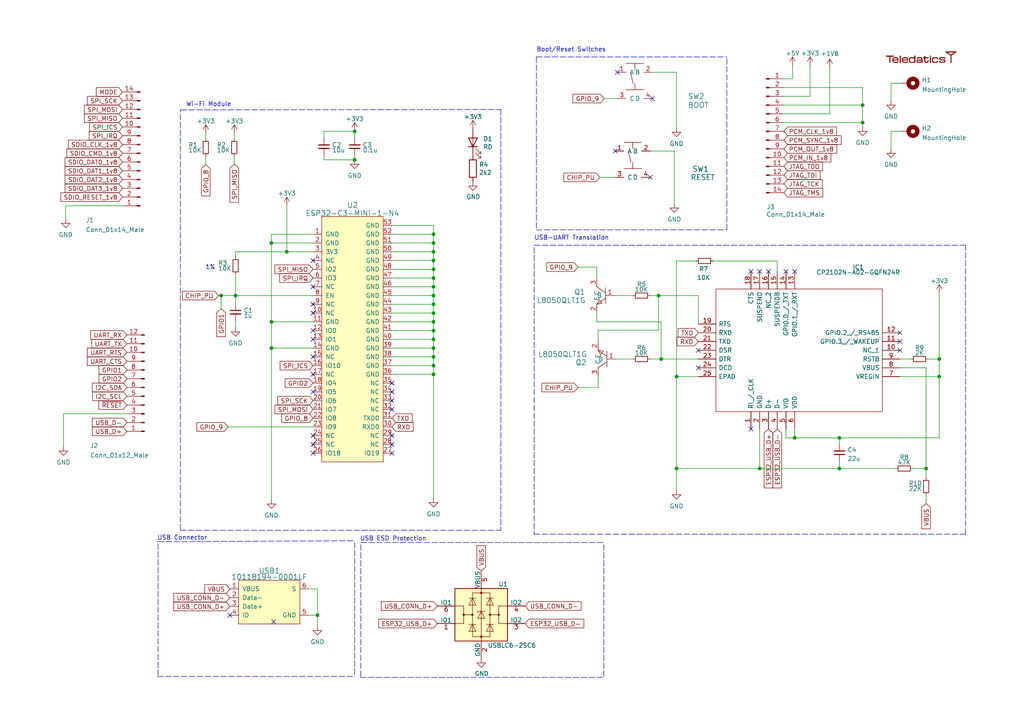
<source format=kicad_sch>
(kicad_sch (version 20231120) (generator "eeschema") (generator_version "8.0")
  (paper "A4")
  (title_block (title "TD-WRLD Gateway hAT") (date "2024-09-02") (rev "1.0") (company "Teledatics Inc") (comment 1 "James Ewing"))
  (lib_symbols
    (symbol "Conn_01x14_Male_1" (pin_names (offset 1.016) hide)
      (property "Reference" "J" (at 0 17.78 0))
      (property "Value" "Conn_01x14_Male_1" (at 0 -20.32 0))
      (symbol "Conn_01x14_Male_1_1_1"
        (pin passive line (at 5.08 15.24 180) (length 3.81) (name "Pin_1") (number "1"))
        (pin passive line (at 5.08 -7.62 180) (length 3.81) (name "Pin_10") (number "10"))
        (pin passive line (at 5.08 -10.16 180) (length 3.81) (name "Pin_11") (number "11"))
        (pin passive line (at 5.08 -12.7 180) (length 3.81) (name "Pin_12") (number "12"))
        (pin passive line (at 5.08 -15.24 180) (length 3.81) (name "Pin_13") (number "13"))
        (pin passive line (at 5.08 -17.78 180) (length 3.81) (name "Pin_14") (number "14"))
        (pin passive line (at 5.08 12.7 180) (length 3.81) (name "Pin_2") (number "2"))
        (pin passive line (at 5.08 10.16 180) (length 3.81) (name "Pin_3") (number "3"))
        (pin passive line (at 5.08 7.62 180) (length 3.81) (name "Pin_4") (number "4"))
        (pin passive line (at 5.08 5.08 180) (length 3.81) (name "Pin_5") (number "5"))
        (pin passive line (at 5.08 2.54 180) (length 3.81) (name "Pin_6") (number "6"))
        (pin passive line (at 5.08 0 180) (length 3.81) (name "Pin_7") (number "7"))
        (pin passive line (at 5.08 -2.54 180) (length 3.81) (name "Pin_8") (number "8"))
        (pin passive line (at 5.08 -5.08 180) (length 3.81) (name "Pin_9") (number "9"))
      )
    )
    (symbol "Connector:10118194-0001LF" (pin_names (offset 1.016))
      (property "Reference" "USB1" (at 0 7.8028 0))
      (property "Value" "10118194-0001LF" (at 0 6.0248 0))
      (symbol "10118194-0001LF_1_1"
        (pin power_in line (at -11.43 2.54 0) (length 2.54) (name "VBUS") (number "1"))
        (pin bidirectional line (at -11.43 0 0) (length 2.54) (name "Data-") (number "2"))
        (pin bidirectional line (at -11.43 -2.54 0) (length 2.54) (name "Data+") (number "3"))
        (pin unspecified line (at -11.43 -5.08 0) (length 2.54) (name "ID") (number "4"))
        (pin unspecified line (at 11.43 -5.08 180) (length 2.54) (name "GND") (number "5"))
        (pin unspecified line (at 11.43 2.54 180) (length 2.54) (name "S") (number "6"))
      )
    )
    (symbol "Connector:Conn_01x12_Male" (pin_names (offset 1.016) hide)
      (property "Reference" "J" (at 0 15.24 0))
      (property "Value" "Conn_01x12_Male" (at 0 -17.78 0))
      (symbol "Conn_01x12_Male_1_1"
        (pin passive line (at 5.08 12.7 180) (length 3.81) (name "Pin_1") (number "1"))
        (pin passive line (at 5.08 -10.16 180) (length 3.81) (name "Pin_10") (number "10"))
        (pin passive line (at 5.08 -12.7 180) (length 3.81) (name "Pin_11") (number "11"))
        (pin passive line (at 5.08 -15.24 180) (length 3.81) (name "Pin_12") (number "12"))
        (pin passive line (at 5.08 10.16 180) (length 3.81) (name "Pin_2") (number "2"))
        (pin passive line (at 5.08 7.62 180) (length 3.81) (name "Pin_3") (number "3"))
        (pin passive line (at 5.08 5.08 180) (length 3.81) (name "Pin_4") (number "4"))
        (pin passive line (at 5.08 2.54 180) (length 3.81) (name "Pin_5") (number "5"))
        (pin passive line (at 5.08 0 180) (length 3.81) (name "Pin_6") (number "6"))
        (pin passive line (at 5.08 -2.54 180) (length 3.81) (name "Pin_7") (number "7"))
        (pin passive line (at 5.08 -5.08 180) (length 3.81) (name "Pin_8") (number "8"))
        (pin passive line (at 5.08 -7.62 180) (length 3.81) (name "Pin_9") (number "9"))
      )
    )
    (symbol "Connector:Conn_01x14_Male" (pin_names (offset 1.016) hide)
      (property "Reference" "J" (at 0 17.78 0))
      (property "Value" "Conn_01x14_Male" (at 0 -20.32 0))
      (symbol "Conn_01x14_Male_1_1"
        (pin passive line (at 5.08 15.24 180) (length 3.81) (name "Pin_1") (number "1"))
        (pin passive line (at 5.08 -7.62 180) (length 3.81) (name "Pin_10") (number "10"))
        (pin passive line (at 5.08 -10.16 180) (length 3.81) (name "Pin_11") (number "11"))
        (pin passive line (at 5.08 -12.7 180) (length 3.81) (name "Pin_12") (number "12"))
        (pin passive line (at 5.08 -15.24 180) (length 3.81) (name "Pin_13") (number "13"))
        (pin passive line (at 5.08 -17.78 180) (length 3.81) (name "Pin_14") (number "14"))
        (pin passive line (at 5.08 12.7 180) (length 3.81) (name "Pin_2") (number "2"))
        (pin passive line (at 5.08 10.16 180) (length 3.81) (name "Pin_3") (number "3"))
        (pin passive line (at 5.08 7.62 180) (length 3.81) (name "Pin_4") (number "4"))
        (pin passive line (at 5.08 5.08 180) (length 3.81) (name "Pin_5") (number "5"))
        (pin passive line (at 5.08 2.54 180) (length 3.81) (name "Pin_6") (number "6"))
        (pin passive line (at 5.08 0 180) (length 3.81) (name "Pin_7") (number "7"))
        (pin passive line (at 5.08 -2.54 180) (length 3.81) (name "Pin_8") (number "8"))
        (pin passive line (at 5.08 -5.08 180) (length 3.81) (name "Pin_9") (number "9"))
      )
    )
    (symbol "Device:C_Small" (pin_numbers hide) (pin_names (offset 0.254) hide)
      (property "Reference" "C" (at 0.254 1.778 0))
      (property "Value" "C_Small" (at 0.254 -2.032 0))
      (symbol "C_Small_1_1"
        (pin passive line (at 0 2.54 270) (length 2.032) (name "~") (number "1"))
        (pin passive line (at 0 -2.54 90) (length 2.032) (name "~") (number "2"))
      )
    )
    (symbol "Device:LED" (pin_numbers hide) (pin_names (offset 1.016) hide)
      (property "Reference" "D" (at 0 2.54 0))
      (property "Value" "LED" (at 0 -2.54 0))
      (symbol "LED_1_1"
        (pin passive line (at -3.81 0 0) (length 2.54) (name "K") (number "1"))
        (pin passive line (at 3.81 0 180) (length 2.54) (name "A") (number "2"))
      )
    )
    (symbol "Device:R" (pin_numbers hide) (pin_names (offset 0))
      (property "Reference" "R" (at 2.032 0 90))
      (property "Value" "R" (at 0 0 90))
      (symbol "R_1_1"
        (pin passive line (at 0 3.81 270) (length 1.27) (name "~") (number "1"))
        (pin passive line (at 0 -3.81 90) (length 1.27) (name "~") (number "2"))
      )
    )
    (symbol "Device:R_Small" (pin_numbers hide) (pin_names (offset 0.254) hide)
      (property "Reference" "R" (at 0.762 0.508 0))
      (property "Value" "R_Small" (at 0.762 -1.016 0))
      (symbol "R_Small_1_1"
        (pin passive line (at 0 2.54 270) (length 0.762) (name "~") (number "1"))
        (pin passive line (at 0 -2.54 90) (length 0.762) (name "~") (number "2"))
      )
    )
    (symbol "Interface_USB:CP2102N-A02-GQFN24R" (pin_names (offset 0.762))
      (property "Reference" "IC" (at 41.91 15.24 0))
      (property "Value" "CP2102N-A02-GQFN24R" (at 41.91 12.7 0))
      (symbol "CP2102N-A02-GQFN24R_0_0"
        (pin passive line (at 0 0 0) (length 5.08) (name "RI_/_CLK") (number "1"))
        (pin passive line (at 22.86 -43.18 90) (length 5.08) (name "NC_1") (number "10"))
        (pin passive line (at 25.4 -43.18 90) (length 5.08) (name "GPIO.3_/_WAKEUP") (number "11"))
        (pin passive line (at 27.94 -43.18 90) (length 5.08) (name "GPIO.2_/_RS485") (number "12"))
        (pin passive line (at 45.72 -12.7 180) (length 5.08) (name "GPIO.1_/_RXT") (number "13"))
        (pin passive line (at 45.72 -10.16 180) (length 5.08) (name "GPIO.0_/_TXT") (number "14"))
        (pin passive line (at 45.72 -7.62 180) (length 5.08) (name "SUSPENDB") (number "15"))
        (pin passive line (at 45.72 -5.08 180) (length 5.08) (name "NC_2") (number "16"))
        (pin passive line (at 45.72 -2.54 180) (length 5.08) (name "SUSPEND") (number "17"))
        (pin passive line (at 45.72 0 180) (length 5.08) (name "CTS") (number "18"))
        (pin passive line (at 30.48 15.24 270) (length 5.08) (name "RTS") (number "19"))
        (pin passive line (at 0 -2.54 0) (length 5.08) (name "GND") (number "2"))
        (pin passive line (at 27.94 15.24 270) (length 5.08) (name "RXD") (number "20"))
        (pin passive line (at 25.4 15.24 270) (length 5.08) (name "TXD") (number "21"))
        (pin passive line (at 22.86 15.24 270) (length 5.08) (name "DSR") (number "22"))
        (pin passive line (at 20.32 15.24 270) (length 5.08) (name "DTR") (number "23"))
        (pin passive line (at 17.78 15.24 270) (length 5.08) (name "DCD") (number "24"))
        (pin passive line (at 15.24 15.24 270) (length 5.08) (name "EPAD") (number "25"))
        (pin passive line (at 0 -5.08 0) (length 5.08) (name "D+") (number "3"))
        (pin passive line (at 0 -7.62 0) (length 5.08) (name "D-") (number "4"))
        (pin passive line (at 0 -10.16 0) (length 5.08) (name "VIO") (number "5"))
        (pin passive line (at 0 -12.7 0) (length 5.08) (name "VDD") (number "6"))
        (pin passive line (at 15.24 -43.18 90) (length 5.08) (name "VREGIN") (number "7"))
        (pin passive line (at 17.78 -43.18 90) (length 5.08) (name "VBUS") (number "8"))
        (pin passive line (at 20.32 -43.18 90) (length 5.08) (name "RSTB") (number "9"))
      )
    )
    (symbol "Mechanical:MountingHole_Pad" (pin_numbers hide) (pin_names (offset 1.016) hide)
      (property "Reference" "H" (at 0 6.35 0))
      (property "Value" "MountingHole_Pad" (at 0 4.445 0))
      (symbol "MountingHole_Pad_1_1"
        (pin input line (at 0 -2.54 90) (length 2.54) (name "1") (number "1"))
      )
    )
    (symbol "STRF-rescue:USBLC6-2SC6-Power_Protection" (pin_names (offset 0))
      (property "Reference" "U" (at 5.08 8.89 0))
      (property "Value" "USBLC6-2SC6-Power_Protection" (at 10.16 -10.16 0))
      (symbol "USBLC6-2SC6-Power_Protection_1_1"
        (pin passive line (at -12.7 -2.54 0) (length 5.08) (name "IO1") (number "1"))
        (pin passive line (at 0 -12.7 90) (length 5.08) (name "GND") (number "2"))
        (pin passive line (at 12.7 -2.54 180) (length 5.08) (name "IO2") (number "3"))
        (pin passive line (at 12.7 2.54 180) (length 5.08) (name "IO2") (number "4"))
        (pin passive line (at 0 12.7 270) (length 5.08) (name "VBUS") (number "5"))
        (pin passive line (at -12.7 2.54 0) (length 5.08) (name "IO1") (number "6"))
      )
    )
    (symbol "TS-1187A-B-A-B_1" (pin_names (offset 1.016))
      (property "Reference" "SW2" (at -0.635 9.525 0))
      (property "Value" "TS-1187A-B-A-B_1" (at 0 7.112 0))
      (symbol "TS-1187A-B-A-B_1_1_1"
        (pin passive line (at -5.08 2.54 0) (length 2.54) (name "A") (number "1"))
        (pin passive line (at 5.08 2.54 180) (length 2.54) (name "B") (number "2"))
        (pin passive line (at -5.08 -5.08 0) (length 2.54) (name "C") (number "3"))
        (pin passive line (at 5.08 -5.08 180) (length 2.54) (name "D") (number "4"))
      )
    )
    (symbol "easyeda2kicad:ESP32-C3-MINI-1-N4" (pin_names (offset 1.016))
      (property "Reference" "U1" (at 0 38.9227 0))
      (property "Value" "ESP32-C3-MINI-1-N4" (at 0 36.5733 0))
      (symbol "ESP32-C3-MINI-1-N4_1_1"
        (pin passive line (at -11.43 30.48 0) (length 2.54) (name "GND") (number "1"))
        (pin no_connect line (at -11.43 7.62 0) (length 2.54) (name "NC") (number "10"))
        (pin passive line (at -11.43 5.08 0) (length 2.54) (name "GND") (number "11"))
        (pin bidirectional line (at -11.43 2.54 0) (length 2.54) (name "IO0") (number "12"))
        (pin bidirectional line (at -11.43 0 0) (length 2.54) (name "IO1") (number "13"))
        (pin passive line (at -11.43 -2.54 0) (length 2.54) (name "GND") (number "14"))
        (pin no_connect line (at -11.43 -5.08 0) (length 2.54) (name "NC") (number "15"))
        (pin bidirectional line (at -11.43 -7.62 0) (length 2.54) (name "IO10") (number "16"))
        (pin no_connect line (at -11.43 -10.16 0) (length 2.54) (name "NC") (number "17"))
        (pin passive line (at -11.43 -12.7 0) (length 2.54) (name "IO4") (number "18"))
        (pin bidirectional line (at -11.43 -15.24 0) (length 2.54) (name "IO5") (number "19"))
        (pin passive line (at -11.43 27.94 0) (length 2.54) (name "GND") (number "2"))
        (pin bidirectional line (at -11.43 -17.78 0) (length 2.54) (name "IO6") (number "20"))
        (pin bidirectional line (at -11.43 -20.32 0) (length 2.54) (name "IO7") (number "21"))
        (pin bidirectional line (at -11.43 -22.86 0) (length 2.54) (name "IO8") (number "22"))
        (pin bidirectional line (at -11.43 -25.4 0) (length 2.54) (name "IO9") (number "23"))
        (pin no_connect line (at -11.43 -27.94 0) (length 2.54) (name "NC") (number "24"))
        (pin no_connect line (at -11.43 -30.48 0) (length 2.54) (name "NC") (number "25"))
        (pin bidirectional line (at -11.43 -33.02 0) (length 2.54) (name "IO18") (number "26"))
        (pin bidirectional line (at 11.43 -33.02 180) (length 2.54) (name "IO19") (number "27"))
        (pin no_connect line (at 11.43 -30.48 180) (length 2.54) (name "NC") (number "28"))
        (pin no_connect line (at 11.43 -27.94 180) (length 2.54) (name "NC") (number "29"))
        (pin power_in line (at -11.43 25.4 0) (length 2.54) (name "3V3") (number "3"))
        (pin bidirectional line (at 11.43 -25.4 180) (length 2.54) (name "RXD0") (number "30"))
        (pin bidirectional line (at 11.43 -22.86 180) (length 2.54) (name "TXD0") (number "31"))
        (pin no_connect line (at 11.43 -20.32 180) (length 2.54) (name "NC") (number "32"))
        (pin no_connect line (at 11.43 -17.78 180) (length 2.54) (name "NC") (number "33"))
        (pin no_connect line (at 11.43 -15.24 180) (length 2.54) (name "NC") (number "34"))
        (pin no_connect line (at 11.43 -12.7 180) (length 2.54) (name "NC") (number "35"))
        (pin passive line (at 11.43 -10.16 180) (length 2.54) (name "GND") (number "36"))
        (pin passive line (at 11.43 -7.62 180) (length 2.54) (name "GND") (number "37"))
        (pin passive line (at 11.43 -5.08 180) (length 2.54) (name "GND") (number "38"))
        (pin passive line (at 11.43 -2.54 180) (length 2.54) (name "GND") (number "39"))
        (pin no_connect line (at -11.43 22.86 0) (length 2.54) (name "NC") (number "4"))
        (pin passive line (at 11.43 0 180) (length 2.54) (name "GND") (number "40"))
        (pin passive line (at 11.43 2.54 180) (length 2.54) (name "GND") (number "41"))
        (pin passive line (at 11.43 5.08 180) (length 2.54) (name "GND") (number "42"))
        (pin passive line (at 11.43 7.62 180) (length 2.54) (name "GND") (number "43"))
        (pin passive line (at 11.43 10.16 180) (length 2.54) (name "GND") (number "44"))
        (pin passive line (at 11.43 12.7 180) (length 2.54) (name "GND") (number "45"))
        (pin passive line (at 11.43 15.24 180) (length 2.54) (name "GND") (number "46"))
        (pin passive line (at 11.43 17.78 180) (length 2.54) (name "GND") (number "47"))
        (pin passive line (at 11.43 20.32 180) (length 2.54) (name "GND") (number "48"))
        (pin passive line (at 11.43 22.86 180) (length 2.54) (name "GND") (number "49"))
        (pin bidirectional line (at -11.43 20.32 0) (length 2.54) (name "IO2") (number "5"))
        (pin passive line (at 11.43 25.4 180) (length 2.54) (name "GND") (number "50"))
        (pin passive line (at 11.43 27.94 180) (length 2.54) (name "GND") (number "51"))
        (pin passive line (at 11.43 30.48 180) (length 2.54) (name "GND") (number "52"))
        (pin passive line (at 11.43 33.02 180) (length 2.54) (name "GND") (number "53"))
        (pin bidirectional line (at -11.43 17.78 0) (length 2.54) (name "IO3") (number "6"))
        (pin no_connect line (at -11.43 15.24 0) (length 2.54) (name "NC") (number "7"))
        (pin input line (at -11.43 12.7 0) (length 2.54) (name "EN") (number "8"))
        (pin no_connect line (at -11.43 10.16 0) (length 2.54) (name "NC") (number "9"))
      )
    )
    (symbol "easyeda2kicad:L8050QLT1G" (pin_names (offset 1.016))
      (property "Reference" "Q?" (at 0 10.16 0))
      (property "Value" "L8050QLT1G" (at 0 -10.16 0))
      (symbol "L8050QLT1G_1_1"
        (pin unspecified line (at -2.54 0 0) (length 2.54) (name "B") (number "1"))
        (pin unspecified line (at 2.54 -5.08 90) (length 2.54) (name "E") (number "2"))
        (pin unspecified line (at 2.54 5.08 270) (length 2.54) (name "C") (number "3"))
      )
    )
    (symbol "easyeda2kicad:TS-1187A-B-A-B" (pin_names (offset 1.016))
      (property "Reference" "SW?" (at 0 7.62 0))
      (property "Value" "TS-1187A-B-A-B" (at 0 -10.16 0))
      (symbol "TS-1187A-B-A-B_1_1"
        (pin unspecified line (at -5.08 2.54 0) (length 2.54) (name "A") (number "1"))
        (pin unspecified line (at 5.08 2.54 180) (length 2.54) (name "B") (number "2"))
        (pin unspecified line (at -5.08 -5.08 0) (length 2.54) (name "C") (number "3"))
        (pin unspecified line (at 5.08 -5.08 180) (length 2.54) (name "D") (number "4"))
      )
    )
    (symbol "power:+1V8" (power) (pin_numbers hide) (pin_names (offset 0) hide)
      (property "Value" "+1V8" (at 0 3.556 0))
      (symbol "+1V8_1_1"
        (pin power_in line (at 0 0 90) (length 0) (name "~") (number "1"))
      )
    )
    (symbol "power:+3V3" (power) (pin_names (offset 0))
      (property "Value" "+3V3" (at 0 3.556 0))
      (symbol "+3V3_1_1"
        (pin power_in line (at 0 0 90) (length 0) hide (name "+3V3") (number "1"))
      )
    )
    (symbol "power:+5V" (power) (pin_names (offset 0))
      (property "Value" "+5V" (at 0 3.556 0))
      (symbol "+5V_1_1"
        (pin power_in line (at 0 0 90) (length 0) hide (name "+5V") (number "1"))
      )
    )
    (symbol "power:GND" (power) (pin_names (offset 0))
      (property "Value" "GND" (at 0 -3.81 0))
      (symbol "GND_1_1"
        (pin power_in line (at 0 0 270) (length 0) hide (name "GND") (number "1"))
      )
    )
    (symbol "teledatics:teledatics_logo" (pin_names (offset 1.016)))
  )
  (junction (at 272.415 104.14))
  (junction (at 102.87 38.1))
  (junction (at 83.185 73.025))
  (junction (at 78.74 100.965))
  (junction (at 243.459 135.89))
  (junction (at 220.345 135.89))
  (junction (at 268.605 135.89))
  (junction (at 125.73 98.425))
  (junction (at 125.73 93.345))
  (junction (at 125.73 78.105))
  (junction (at 191.77 104.14))
  (junction (at 125.73 106.045))
  (junction (at 125.73 80.645))
  (junction (at 102.87 46.355))
  (junction (at 125.73 70.485))
  (junction (at 125.73 67.945))
  (junction (at 196.215 109.22))
  (junction (at 125.73 85.725))
  (junction (at 125.73 108.585))
  (junction (at 125.73 95.885))
  (junction (at 78.74 70.485))
  (junction (at 92.075 178.435))
  (junction (at 196.215 135.89))
  (junction (at 125.73 103.505))
  (junction (at 78.74 93.345))
  (junction (at 250.19 30.48))
  (junction (at 125.73 73.025))
  (junction (at 64.135 85.725))
  (junction (at 125.73 75.565))
  (junction (at 250.19 35.56))
  (junction (at 68.326 85.725))
  (junction (at 125.73 88.265))
  (junction (at 125.73 90.805))
  (junction (at 125.73 83.185))
  (junction (at 243.459 127))
  (junction (at 272.415 109.22))
  (junction (at 191.008 85.725))
  (junction (at 230.505 127))
  (junction (at 125.73 100.965))
  (no_connect (at 113.665 116.205))
  (no_connect (at 90.805 113.665))
  (no_connect (at 217.805 124.46))
  (no_connect (at 90.805 75.565))
  (no_connect (at 202.565 106.68))
  (no_connect (at 202.565 101.6))
  (no_connect (at 90.805 98.425))
  (no_connect (at 90.805 90.805))
  (no_connect (at 179.07 20.955))
  (no_connect (at 189.23 28.575))
  (no_connect (at 222.885 78.74))
  (no_connect (at 260.985 96.52))
  (no_connect (at 90.805 126.365))
  (no_connect (at 220.345 78.74))
  (no_connect (at 227.965 78.74))
  (no_connect (at 66.675 178.435))
  (no_connect (at 113.665 126.365))
  (no_connect (at 230.505 78.74))
  (no_connect (at 217.805 78.74))
  (no_connect (at 113.665 113.665))
  (no_connect (at 90.805 103.505))
  (no_connect (at 90.805 128.905))
  (no_connect (at 260.985 101.6))
  (no_connect (at 178.435 43.815))
  (no_connect (at 113.665 131.445))
  (no_connect (at 113.665 111.125))
  (no_connect (at 113.665 128.905))
  (no_connect (at 260.985 99.06))
  (no_connect (at 90.805 95.885))
  (no_connect (at 90.805 108.585))
  (no_connect (at 90.805 83.185))
  (no_connect (at 90.805 131.445))
  (no_connect (at 79.375 180.34))
  (no_connect (at 188.595 51.435))
  (no_connect (at 113.665 118.745))
  (no_connect (at 90.805 88.265))
  (wire (pts (xy 59.69 45.339) (xy 59.69 47.752)))
  (wire (pts (xy 225.425 75.692) (xy 225.425 78.74)))
  (wire (pts (xy 227.33 30.48) (xy 250.19 30.48)))
  (wire (pts (xy 196.215 75.692) (xy 201.803 75.692)))
  (wire (pts (xy 64.135 85.725) (xy 64.135 89.535)))
  (wire (pts (xy 63.373 85.725) (xy 64.135 85.725)))
  (wire (pts (xy 258.445 29.21) (xy 258.445 24.13)))
  (wire (pts (xy 102.87 38.1) (xy 102.87 40.005)))
  (wire (pts (xy 102.87 45.085) (xy 102.87 46.355)))
  (wire (pts (xy 272.415 85.09) (xy 272.415 104.14)))
  (wire (pts (xy 78.74 70.485) (xy 78.74 93.345)))
  (wire (pts (xy 78.74 67.945) (xy 78.74 70.485)))
  (wire (pts (xy 243.459 127) (xy 243.459 128.778)))
  (wire (pts (xy 92.075 170.815) (xy 92.075 178.435)))
  (wire (pts (xy 125.73 90.805) (xy 125.73 93.345)))
  (wire (pts (xy 113.665 95.885) (xy 125.73 95.885)))
  (polyline (pts (xy 104.648 196.215) (xy 104.648 157.353)) (stroke (width 0) (type dash)))
  (wire (pts (xy 258.445 43.18) (xy 258.445 38.1)))
  (wire (pts (xy 196.215 109.22) (xy 196.215 75.692)))
  (wire (pts (xy 125.73 100.965) (xy 125.73 103.505)))
  (wire (pts (xy 227.33 22.86) (xy 229.87 22.86)))
  (wire (pts (xy 196.215 109.22) (xy 196.215 135.89)))
  (wire (pts (xy 272.415 104.14) (xy 272.415 109.22)))
  (wire (pts (xy 125.73 73.025) (xy 125.73 75.565)))
  (wire (pts (xy 188.595 85.725) (xy 191.008 85.725)))
  (wire (pts (xy 125.73 65.405) (xy 125.73 67.945)))
  (polyline (pts (xy 104.521 196.469) (xy 175.006 196.469)) (stroke (width 0) (type dash)))
  (wire (pts (xy 18.415 120.015) (xy 18.415 129.54)))
  (wire (pts (xy 175.26 28.575) (xy 179.07 28.575)))
  (wire (pts (xy 243.459 135.89) (xy 259.715 135.89)))
  (wire (pts (xy 260.985 109.22) (xy 272.415 109.22)))
  (wire (pts (xy 220.345 135.89) (xy 243.459 135.89)))
  (polyline (pts (xy 175.133 196.215) (xy 175.133 157.988)) (stroke (width 0) (type dash)))
  (wire (pts (xy 268.605 143.637) (xy 268.605 146.05)))
  (wire (pts (xy 173.101 93.345) (xy 191.77 93.345)))
  (polyline (pts (xy 280.035 154.94) (xy 280.035 71.12)) (stroke (width 0) (type dash)))
  (wire (pts (xy 191.77 104.14) (xy 202.565 104.14)))
  (wire (pts (xy 191.008 95.758) (xy 191.008 85.725)))
  (wire (pts (xy 167.64 112.395) (xy 173.482 112.395)))
  (wire (pts (xy 113.665 75.565) (xy 125.73 75.565)))
  (wire (pts (xy 189.23 20.955) (xy 196.215 20.955)))
  (polyline (pts (xy 45.72 196.215) (xy 102.87 196.215)) (stroke (width 0) (type dash)))
  (wire (pts (xy 269.24 104.14) (xy 272.415 104.14)))
  (wire (pts (xy 78.74 93.345) (xy 78.74 100.965)))
  (wire (pts (xy 35.56 59.69) (xy 19.05 59.69)))
  (wire (pts (xy 230.505 124.46) (xy 230.505 127)))
  (wire (pts (xy 173.482 112.395) (xy 173.482 109.22)))
  (polyline (pts (xy 45.847 195.961) (xy 45.847 157.099)) (stroke (width 0) (type dash)))
  (wire (pts (xy 173.482 99.06) (xy 173.482 95.758)))
  (wire (pts (xy 250.19 30.48) (xy 250.19 35.56)))
  (wire (pts (xy 68.326 85.725) (xy 90.805 85.725)))
  (wire (pts (xy 93.98 38.1) (xy 93.98 40.005)))
  (wire (pts (xy 230.505 127) (xy 243.459 127)))
  (wire (pts (xy 258.445 24.13) (xy 260.985 24.13)))
  (wire (pts (xy 173.482 95.758) (xy 191.008 95.758)))
  (wire (pts (xy 113.665 83.185) (xy 125.73 83.185)))
  (wire (pts (xy 227.965 127) (xy 230.505 127)))
  (wire (pts (xy 178.562 104.14) (xy 183.515 104.14)))
  (wire (pts (xy 93.98 45.085) (xy 93.98 46.355)))
  (wire (pts (xy 93.98 46.355) (xy 102.87 46.355)))
  (wire (pts (xy 68.326 74.549) (xy 68.326 73.025)))
  (wire (pts (xy 220.345 124.46) (xy 220.345 135.89)))
  (polyline (pts (xy 52.324 153.67) (xy 52.324 31.877)) (stroke (width 0) (type dash)))
  (wire (pts (xy 78.74 67.945) (xy 90.805 67.945)))
  (wire (pts (xy 268.605 135.89) (xy 268.605 138.557)))
  (wire (pts (xy 227.33 33.02) (xy 240.665 33.02)))
  (polyline (pts (xy 52.451 31.877) (xy 145.288 31.75)) (stroke (width 0) (type dash)))
  (wire (pts (xy 243.459 133.858) (xy 243.459 135.89)))
  (wire (pts (xy 125.73 98.425) (xy 125.73 100.965)))
  (wire (pts (xy 36.83 120.015) (xy 18.415 120.015)))
  (wire (pts (xy 78.74 100.965) (xy 78.74 144.907)))
  (polyline (pts (xy 154.94 154.94) (xy 280.035 154.94)) (stroke (width 0) (type dash)))
  (wire (pts (xy 125.73 93.345) (xy 125.73 95.885)))
  (wire (pts (xy 206.883 75.692) (xy 225.425 75.692)))
  (polyline (pts (xy 210.82 66.675) (xy 210.82 16.51)) (stroke (width 0) (type dash)))
  (wire (pts (xy 125.73 85.725) (xy 125.73 88.265)))
  (wire (pts (xy 178.181 85.725) (xy 183.515 85.725)))
  (wire (pts (xy 93.98 38.1) (xy 102.87 38.1)))
  (wire (pts (xy 113.665 88.265) (xy 125.73 88.265)))
  (wire (pts (xy 113.665 67.945) (xy 125.73 67.945)))
  (wire (pts (xy 260.985 104.14) (xy 264.16 104.14)))
  (wire (pts (xy 268.605 135.89) (xy 264.795 135.89)))
  (wire (pts (xy 113.665 93.345) (xy 125.73 93.345)))
  (wire (pts (xy 272.415 109.22) (xy 272.415 127)))
  (wire (pts (xy 173.101 77.47) (xy 173.101 80.645)))
  (wire (pts (xy 66.167 123.825) (xy 90.805 123.825)))
  (wire (pts (xy 68.326 93.091) (xy 68.326 94.996)))
  (wire (pts (xy 68.326 88.011) (xy 68.326 85.725)))
  (wire (pts (xy 125.73 75.565) (xy 125.73 78.105)))
  (wire (pts (xy 227.965 124.46) (xy 227.965 127)))
  (wire (pts (xy 125.73 95.885) (xy 125.73 98.425)))
  (wire (pts (xy 191.008 85.725) (xy 202.565 85.725)))
  (wire (pts (xy 227.33 35.56) (xy 250.19 35.56)))
  (wire (pts (xy 59.69 38.735) (xy 59.69 40.259)))
  (polyline (pts (xy 155.575 16.51) (xy 210.82 16.51)) (stroke (width 0) (type dash)))
  (wire (pts (xy 125.73 88.265) (xy 125.73 90.805)))
  (wire (pts (xy 125.73 78.105) (xy 125.73 80.645)))
  (wire (pts (xy 113.665 73.025) (xy 125.73 73.025)))
  (wire (pts (xy 90.805 73.025) (xy 83.185 73.025)))
  (wire (pts (xy 68.326 79.629) (xy 68.326 85.725)))
  (wire (pts (xy 125.73 80.645) (xy 125.73 83.185)))
  (wire (pts (xy 113.665 65.405) (xy 125.73 65.405)))
  (wire (pts (xy 67.945 38.735) (xy 67.945 40.259)))
  (wire (pts (xy 173.101 90.805) (xy 173.101 93.345)))
  (wire (pts (xy 196.215 109.22) (xy 202.565 109.22)))
  (wire (pts (xy 195.58 43.815) (xy 195.58 59.055)))
  (wire (pts (xy 78.74 70.485) (xy 90.805 70.485)))
  (wire (pts (xy 89.535 170.815) (xy 92.075 170.815)))
  (wire (pts (xy 227.33 27.94) (xy 234.95 27.94)))
  (polyline (pts (xy 154.94 71.12) (xy 280.035 71.12)) (stroke (width 0) (type dash)))
  (wire (pts (xy 113.665 108.585) (xy 125.73 108.585)))
  (wire (pts (xy 64.135 85.725) (xy 68.326 85.725)))
  (wire (pts (xy 92.075 178.435) (xy 92.075 181.61)))
  (wire (pts (xy 268.605 106.68) (xy 268.605 135.89)))
  (wire (pts (xy 113.665 85.725) (xy 125.73 85.725)))
  (wire (pts (xy 234.95 19.05) (xy 234.95 27.94)))
  (wire (pts (xy 229.87 19.05) (xy 229.87 22.86)))
  (wire (pts (xy 260.985 106.68) (xy 268.605 106.68)))
  (wire (pts (xy 125.73 70.485) (xy 125.73 73.025)))
  (wire (pts (xy 250.19 25.4) (xy 250.19 30.48)))
  (wire (pts (xy 240.665 33.02) (xy 240.665 19.685)))
  (wire (pts (xy 258.445 38.1) (xy 260.985 38.1)))
  (polyline (pts (xy 155.575 66.675) (xy 210.82 66.675)) (stroke (width 0) (type dash)))
  (wire (pts (xy 83.185 59.69) (xy 83.185 73.025)))
  (wire (pts (xy 113.665 90.805) (xy 125.73 90.805)))
  (polyline (pts (xy 145.288 31.75) (xy 145.288 153.797)) (stroke (width 0) (type dash)))
  (wire (pts (xy 173.99 51.435) (xy 178.435 51.435)))
  (wire (pts (xy 113.665 106.045) (xy 125.73 106.045)))
  (wire (pts (xy 196.215 135.89) (xy 196.215 142.24)))
  (wire (pts (xy 19.05 59.69) (xy 19.05 63.5)))
  (polyline (pts (xy 154.94 71.755) (xy 154.94 154.94)) (stroke (width 0) (type dash)))
  (wire (pts (xy 113.665 80.645) (xy 125.73 80.645)))
  (wire (pts (xy 125.73 67.945) (xy 125.73 70.485)))
  (polyline (pts (xy 104.648 157.353) (xy 175.133 157.353)) (stroke (width 0) (type dash)))
  (wire (pts (xy 243.459 127) (xy 272.415 127)))
  (wire (pts (xy 68.326 73.025) (xy 83.185 73.025)))
  (wire (pts (xy 196.215 135.89) (xy 220.345 135.89)))
  (polyline (pts (xy 52.324 153.797) (xy 145.288 153.797)) (stroke (width 0) (type dash)))
  (wire (pts (xy 67.945 45.339) (xy 67.945 47.752)))
  (wire (pts (xy 227.33 25.4) (xy 250.19 25.4)))
  (wire (pts (xy 196.215 20.955) (xy 196.215 37.084)))
  (polyline (pts (xy 102.87 195.58) (xy 102.87 157.353)) (stroke (width 0) (type dash)))
  (wire (pts (xy 125.73 103.505) (xy 125.73 106.045)))
  (wire (pts (xy 113.665 78.105) (xy 125.73 78.105)))
  (wire (pts (xy 202.565 85.725) (xy 202.565 93.98)))
  (wire (pts (xy 191.77 93.345) (xy 191.77 104.14)))
  (wire (pts (xy 113.665 98.425) (xy 125.73 98.425)))
  (wire (pts (xy 188.595 43.815) (xy 195.58 43.815)))
  (wire (pts (xy 125.73 108.585) (xy 125.73 144.526)))
  (wire (pts (xy 125.73 83.185) (xy 125.73 85.725)))
  (wire (pts (xy 188.595 104.14) (xy 191.77 104.14)))
  (polyline (pts (xy 45.847 157.099) (xy 102.87 156.845)) (stroke (width 0) (type dash)))
  (polyline (pts (xy 155.575 16.51) (xy 155.575 66.675)) (stroke (width 0) (type dash)))
  (wire (pts (xy 89.535 178.435) (xy 92.075 178.435)))
  (wire (pts (xy 250.19 35.56) (xy 250.19 36.83)))
  (wire (pts (xy 125.73 106.045) (xy 125.73 108.585)))
  (wire (pts (xy 167.64 77.47) (xy 173.101 77.47)))
  (wire (pts (xy 113.665 103.505) (xy 125.73 103.505)))
  (wire (pts (xy 78.74 100.965) (xy 90.805 100.965)))
  (wire (pts (xy 113.665 70.485) (xy 125.73 70.485)))
  (wire (pts (xy 78.74 93.345) (xy 90.805 93.345)))
  (wire (pts (xy 113.665 100.965) (xy 125.73 100.965)))
  (text "USB-UART Translation" (at 154.94 69.85 0) (effects (font (size 1.27 1.27)) (justify left bottom)))
  (text "1%" (at 59.563 78.359 0) (effects (font (size 1.27 1.27)) (justify left bottom)))
  (text "Boot/Reset Switches" (at 155.575 15.24 0) (effects (font (size 1.27 1.27)) (justify left bottom)))
  (text "Wi-Fi Module" (at 53.975 31.115 0) (effects (font (size 1.27 1.27)) (justify left bottom)))
  (text "USB ESD Protection" (at 104.394 157.099 0) (effects (font (size 1.27 1.27)) (justify left bottom)))
  (text "USB Connector" (at 45.593 156.845 0) (effects (font (size 1.27 1.27)) (justify left bottom)))
  (global_label "GPIO1" (shape input) (at 36.83 107.315 180) (property "Intersheetrefs" "${INTERSHEET_REFS}" (effects (hide yes))))
  (global_label "SPI_IRQ" (shape input) (at 35.56 39.37 180) (property "Intersheetrefs" "${INTERSHEET_REFS}" (effects (hide yes))))
  (global_label "GPIO_8" (shape input) (at 59.69 47.752 270) (property "Intersheetrefs" "${INTERSHEET_REFS}" (effects (hide yes))))
  (global_label "PCM_IN_1v8" (shape input) (at 227.33 45.72 0) (property "Intersheetrefs" "${INTERSHEET_REFS}" (effects (hide yes))))
  (global_label "UART_CTS" (shape input) (at 36.83 104.775 180) (property "Intersheetrefs" "${INTERSHEET_REFS}" (effects (hide yes))))
  (global_label "SPI_SCK" (shape input) (at 90.805 116.205 180) (property "Intersheetrefs" "${INTERSHEET_REFS}" (effects (hide yes))))
  (global_label "VBUS" (shape input) (at 268.605 146.05 270) (property "Intersheetrefs" "${INTERSHEET_REFS}" (effects (hide yes))))
  (global_label "GPIO2" (shape input) (at 90.805 111.125 180) (property "Intersheetrefs" "${INTERSHEET_REFS}" (effects (hide yes))))
  (global_label "SPI_MISO" (shape input) (at 67.945 47.625 270) (property "Intersheetrefs" "${INTERSHEET_REFS}" (effects (hide yes))))
  (global_label "SDIO_CLK_1v8" (shape input) (at 35.56 41.91 180) (property "Intersheetrefs" "${INTERSHEET_REFS}" (effects (hide yes))))
  (global_label "GPIO_9" (shape input) (at 175.26 28.575 180) (property "Intersheetrefs" "${INTERSHEET_REFS}" (effects (hide yes))))
  (global_label "SDIO_DAT2_1v8" (shape input) (at 35.56 52.07 180) (property "Intersheetrefs" "${INTERSHEET_REFS}" (effects (hide yes))))
  (global_label "MODE" (shape input) (at 35.56 26.67 180) (property "Intersheetrefs" "${INTERSHEET_REFS}" (effects (hide yes))))
  (global_label "PCM_CLK_1v8" (shape input) (at 227.33 38.1 0) (property "Intersheetrefs" "${INTERSHEET_REFS}" (effects (hide yes))))
  (global_label "GPIO_9" (shape input) (at 167.64 77.47 180) (property "Intersheetrefs" "${INTERSHEET_REFS}" (effects (hide yes))))
  (global_label "GPIO2" (shape input) (at 36.83 109.855 180) (property "Intersheetrefs" "${INTERSHEET_REFS}" (effects (hide yes))))
  (global_label "SDIO_CMD_1v8" (shape input) (at 35.56 44.45 180) (property "Intersheetrefs" "${INTERSHEET_REFS}" (effects (hide yes))))
  (global_label "SPI_MISO" (shape input) (at 90.805 78.105 180) (property "Intersheetrefs" "${INTERSHEET_REFS}" (effects (hide yes))))
  (global_label "SPI_!CS" (shape input) (at 35.56 36.83 180) (property "Intersheetrefs" "${INTERSHEET_REFS}" (effects (hide yes))))
  (global_label "USB_D+" (shape input) (at 36.83 125.095 180) (property "Intersheetrefs" "${INTERSHEET_REFS}" (effects (hide yes))))
  (global_label "USB_CONN_D-" (shape input) (at 152.273 175.768 0) (property "Intersheetrefs" "${INTERSHEET_REFS}" (effects (hide yes))))
  (global_label "CHIP_PU" (shape input) (at 173.99 51.435 180) (property "Intersheetrefs" "${INTERSHEET_REFS}" (effects (hide yes))))
  (global_label "JTAG_TDO" (shape input) (at 227.33 48.26 0) (property "Intersheetrefs" "${INTERSHEET_REFS}" (effects (hide yes))))
  (global_label "USB_CONN_D+" (shape input) (at 126.873 175.768 180) (property "Intersheetrefs" "${INTERSHEET_REFS}" (effects (hide yes))))
  (global_label "SPI_SCK" (shape input) (at 35.56 29.21 180) (property "Intersheetrefs" "${INTERSHEET_REFS}" (effects (hide yes))))
  (global_label "CHIP_PU" (shape input) (at 63.373 85.725 180) (property "Intersheetrefs" "${INTERSHEET_REFS}" (effects (hide yes))))
  (global_label "SPI_!CS" (shape input) (at 90.805 106.045 180) (property "Intersheetrefs" "${INTERSHEET_REFS}" (effects (hide yes))))
  (global_label "GPIO_9" (shape input) (at 66.167 123.825 180) (property "Intersheetrefs" "${INTERSHEET_REFS}" (effects (hide yes))))
  (global_label "PCM_OUT_1v8" (shape input) (at 227.33 43.18 0) (property "Intersheetrefs" "${INTERSHEET_REFS}" (effects (hide yes))))
  (global_label "ESP32_USB_D+" (shape input) (at 222.885 124.46 270) (property "Intersheetrefs" "${INTERSHEET_REFS}" (effects (hide yes))))
  (global_label "SDIO_DAT3_1v8" (shape input) (at 35.56 54.61 180) (property "Intersheetrefs" "${INTERSHEET_REFS}" (effects (hide yes))))
  (global_label "RXD" (shape input) (at 113.665 123.825 0) (property "Intersheetrefs" "${INTERSHEET_REFS}" (effects (hide yes))))
  (global_label "USB_D-" (shape input) (at 36.83 122.555 180) (property "Intersheetrefs" "${INTERSHEET_REFS}" (effects (hide yes))))
  (global_label "TXD" (shape input) (at 113.665 121.285 0) (property "Intersheetrefs" "${INTERSHEET_REFS}" (effects (hide yes))))
  (global_label "JTAG_TMS" (shape input) (at 227.33 55.88 0) (property "Intersheetrefs" "${INTERSHEET_REFS}" (effects (hide yes))))
  (global_label "USB_CONN_D+" (shape input) (at 66.675 175.895 180) (property "Intersheetrefs" "${INTERSHEET_REFS}" (effects (hide yes))))
  (global_label "SPI_IRQ" (shape input) (at 90.805 80.645 180) (property "Intersheetrefs" "${INTERSHEET_REFS}" (effects (hide yes))))
  (global_label "TXD" (shape input) (at 202.565 96.52 180) (property "Intersheetrefs" "${INTERSHEET_REFS}" (effects (hide yes))))
  (global_label "JTAG_TCK" (shape input) (at 227.33 53.34 0) (property "Intersheetrefs" "${INTERSHEET_REFS}" (effects (hide yes))))
  (global_label "~{RESET}" (shape input) (at 36.83 117.475 180) (property "Intersheetrefs" "${INTERSHEET_REFS}" (effects (hide yes))))
  (global_label "JTAG_TDI" (shape input) (at 227.33 50.8 0) (property "Intersheetrefs" "${INTERSHEET_REFS}" (effects (hide yes))))
  (global_label "SPI_MOSI" (shape input) (at 90.805 118.745 180) (property "Intersheetrefs" "${INTERSHEET_REFS}" (effects (hide yes))))
  (global_label "SDIO_RESET_1v8" (shape input) (at 35.56 57.15 180) (property "Intersheetrefs" "${INTERSHEET_REFS}" (effects (hide yes))))
  (global_label "CHIP_PU" (shape input) (at 167.64 112.395 180) (property "Intersheetrefs" "${INTERSHEET_REFS}" (effects (hide yes))))
  (global_label "UART_RX" (shape input) (at 36.83 97.155 180) (property "Intersheetrefs" "${INTERSHEET_REFS}" (effects (hide yes))))
  (global_label "SPI_MISO" (shape input) (at 35.56 34.29 180) (property "Intersheetrefs" "${INTERSHEET_REFS}" (effects (hide yes))))
  (global_label "I2C_SDA" (shape input) (at 36.83 112.395 180) (property "Intersheetrefs" "${INTERSHEET_REFS}" (effects (hide yes))))
  (global_label "USB_CONN_D-" (shape input) (at 66.675 173.355 180) (property "Intersheetrefs" "${INTERSHEET_REFS}" (effects (hide yes))))
  (global_label "SDIO_DAT0_1v8" (shape input) (at 35.56 46.99 180) (property "Intersheetrefs" "${INTERSHEET_REFS}" (effects (hide yes))))
  (global_label "I2C_SCL" (shape input) (at 36.83 114.935 180) (property "Intersheetrefs" "${INTERSHEET_REFS}" (effects (hide yes))))
  (global_label "ESP32_USB_D-" (shape input) (at 225.425 124.46 270) (property "Intersheetrefs" "${INTERSHEET_REFS}" (effects (hide yes))))
  (global_label "ESP32_USB_D-" (shape input) (at 152.273 180.848 0) (property "Intersheetrefs" "${INTERSHEET_REFS}" (effects (hide yes))))
  (global_label "RXD" (shape input) (at 202.565 99.06 180) (property "Intersheetrefs" "${INTERSHEET_REFS}" (effects (hide yes))))
  (global_label "PCM_SYNC_1v8" (shape input) (at 227.33 40.64 0) (property "Intersheetrefs" "${INTERSHEET_REFS}" (effects (hide yes))))
  (global_label "SDIO_DAT1_1v8" (shape input) (at 35.56 49.53 180) (property "Intersheetrefs" "${INTERSHEET_REFS}" (effects (hide yes))))
  (global_label "UART_RTS" (shape input) (at 36.83 102.235 180) (property "Intersheetrefs" "${INTERSHEET_REFS}" (effects (hide yes))))
  (global_label "VBUS" (shape input) (at 66.675 170.815 180) (property "Intersheetrefs" "${INTERSHEET_REFS}" (effects (hide yes))))
  (global_label "GPIO1" (shape input) (at 64.135 89.535 270) (property "Intersheetrefs" "${INTERSHEET_REFS}" (effects (hide yes))))
  (global_label "SPI_MOSI" (shape input) (at 35.56 31.75 180) (property "Intersheetrefs" "${INTERSHEET_REFS}" (effects (hide yes))))
  (global_label "GPIO_8" (shape input) (at 90.805 121.285 180) (property "Intersheetrefs" "${INTERSHEET_REFS}" (effects (hide yes))))
  (global_label "ESP32_USB_D+" (shape input) (at 126.873 180.848 180) (property "Intersheetrefs" "${INTERSHEET_REFS}" (effects (hide yes))))
  (global_label "VBUS" (shape input) (at 139.573 165.608 90) (property "Intersheetrefs" "${INTERSHEET_REFS}" (effects (hide yes))))
  (global_label "UART_TX" (shape input) (at 36.83 99.695 180) (property "Intersheetrefs" "${INTERSHEET_REFS}" (effects (hide yes))))
  (symbol (lib_id "Device:C_Small") (at 102.87 42.545 0) (unit 1)
    (property "Reference" "C3" (at 105.1941 42.0306 0) (effects (justify left)))
    (property "Value" "0.1u" (at 105.1941 43.5546 0) (effects (justify left)))
    (property "Footprint" "Capacitor_SMD:C_0402_1005Metric" (effects (hide yes)))
  )
  (symbol (lib_id "Device:R_Small") (at 186.055 104.14 90) (unit 1)
    (property "Reference" "R6" (at 186.055 100.838 90))
    (property "Value" "10K" (at 186.055 102.362 90))
    (property "Footprint" "Resistor_SMD:R_0402_1005Metric" (effects (hide yes)))
  )
  (symbol (lib_id "power:GND") (at 250.19 36.83 0) (unit 1)
    (property "Reference" "#PWR03" (effects (hide yes)))
    (property "Value" "GND" (at 250.19 41.3924 0))
  )
  (symbol (lib_id "Device:C_Small") (at 68.326 90.551 0) (unit 1)
    (property "Reference" "C1" (at 70.6501 90.0366 0) (effects (justify left)))
    (property "Value" "1u" (at 70.6501 91.5606 0) (effects (justify left)))
    (property "Footprint" "Capacitor_SMD:C_0402_1005Metric" (effects (hide yes)))
  )
  (symbol (lib_id "Device:LED") (at 137.16 41.275 90) (unit 1)
    (property "Reference" "D1" (at 140.1318 40.2844 90) (effects (justify right)))
    (property "Value" "RD" (at 140.1318 42.5958 90) (effects (justify right)))
    (property "Footprint" "LED_SMD:LED_0603_1608Metric" (effects (hide yes)))
  )
  (symbol (lib_id "power:GND") (at 68.326 94.996 0) (unit 1)
    (property "Reference" "#PWR08" (effects (hide yes)))
    (property "Value" "GND" (at 68.326 99.5584 0))
  )
  (symbol (lib_id "Device:R_Small") (at 59.69 42.799 0) (unit 1)
    (property "Reference" "R1" (at 54.61 42.037 0) (effects (justify left)))
    (property "Value" "10K" (at 54.61 43.561 0) (effects (justify left)))
    (property "Footprint" "Resistor_SMD:R_0402_1005Metric" (effects (hide yes)))
  )
  (symbol (lib_id "power:GND") (at 258.445 29.21 0) (unit 1)
    (property "Reference" "#PWR0102" (effects (hide yes)))
    (property "Value" "GND" (at 258.445 33.7724 0))
  )
  (symbol (lib_id "STRF-rescue:USBLC6-2SC6-Power_Protection") (at 139.573 178.308 0) (unit 1)
    (property "Reference" "U1" (at 145.923 169.418 0))
    (property "Value" "USBLC6-2SC6" (at 148.463 187.198 0))
    (property "Footprint" "Package_TO_SOT_SMD:SOT-23-6" (effects (hide yes)))
    (property "Datasheet" "http://www2.st.com/resource/en/datasheet/CD00050750.pdf" (effects (hide yes)))
  )
  (symbol (lib_id "Interface_USB:CP2102N-A02-GQFN24R") (at 217.805 124.46 90) (unit 1)
    (property "Reference" "IC1" (at 248.92 77.47 90))
    (property "Value" "CP2102N-A02-GQFN24R" (at 248.92 78.994 90))
    (property "Footprint" "easyeda2kicad:QFN-24_L4.0-W4.0-P0.50-TL-EP2.6" (effects (hide yes)))
    (property "Datasheet" "https://www.silabs.com/documents/public/data-sheets/cp2102n-datasheet.pdf" (effects (hide yes)))
    (property "Description" "USB Interface IC USB to UART bridge - QFN24" (effects (hide yes)))
    (property "Height" "0.8" (effects (hide yes)))
    (property "Manufacturer_Name" "Silicon Labs" (effects (hide yes)))
    (property "Manufacturer_Part_Number" "CP2102N-A02-GQFN24R" (effects (hide yes)))
    (property "Mouser Part Number" "634-CP2102NA02QFN24R" (effects (hide yes)))
    (property "Mouser Price/Stock" "https://www.mouser.co.uk/ProductDetail/Silicon-Labs/CP2102N-A02-GQFN24R?qs=u16ybLDytRaIVBf0X4zL0g%3D%3D" (effects (hide yes)))
    (property "Arrow Part Number" "CP2102N-A02-GQFN24R" (effects (hide yes)))
    (property "Arrow Price/Stock" "https://www.arrow.com/en/products/cp2102n-a02-gqfn24r/silicon-labs" (effects (hide yes)))
    (property "LCSC Part #" "C969151" (effects (hide yes)))
  )
  (symbol (lib_id "power:+3V3") (at 83.185 59.69 0) (unit 1)
    (property "Reference" "#PWR011" (effects (hide yes)))
    (property "Value" "+3V3" (at 83.185 56.0855 0))
  )
  (symbol (lib_name "Conn_01x14_Male_1") (lib_id "Connector:Conn_01x14_Male") (at 40.64 44.45 180) (unit 1)
    (property "Reference" "J1" (at 24.8412 63.8615 0) (effects (justify right)))
    (property "Value" "Conn_01x14_Male" (at 24.8412 66.6366 0) (effects (justify right)))
    (property "Footprint" "Connector_PinHeader_2.54mm:PinHeader_1x14_P2.54mm_Vertical" (effects (hide yes)))
  )
  (symbol (lib_id "Device:R_Small") (at 204.343 75.692 270) (unit 1)
    (property "Reference" "R7" (at 204.089 77.978 90))
    (property "Value" "10K" (at 204.089 80.5149 90))
    (property "Footprint" "Resistor_SMD:R_0402_1005Metric" (effects (hide yes)))
  )
  (symbol (lib_id "power:GND") (at 92.075 181.61 0) (unit 1)
    (property "Reference" "#PWR04" (effects (hide yes)))
    (property "Value" "GND" (at 92.075 186.1724 0))
  )
  (symbol (lib_id "Device:R") (at 137.16 48.895 0) (unit 1)
    (property "Reference" "R4" (at 138.938 47.7266 0) (effects (justify left)))
    (property "Value" "2k2" (at 138.938 50.038 0) (effects (justify left)))
    (property "Footprint" "Resistor_SMD:R_0603_1608Metric" (effects (hide yes)))
  )
  (symbol (lib_id "power:+3V3") (at 59.69 38.735 0) (unit 1)
    (property "Reference" "#PWR06" (effects (hide yes)))
    (property "Value" "+3V3" (at 59.69 35.1305 0))
  )
  (symbol (lib_id "easyeda2kicad:TS-1187A-B-A-B") (at 184.15 23.495 0) (unit 1)
    (property "Reference" "SW2" (at 201.93 27.94 0) (effects (font (size 1.524 1.524))))
    (property "Value" "BOOT" (at 202.565 30.48 0) (effects (font (size 1.524 1.524))))
    (property "Footprint" "SW-SMD_4P-L5.1-W5.1-P3.70-LS6.5-TL-2" (effects (hide yes)))
    (property "Datasheet" "https://lcsc.com/product-detail/Tactile-Switches_XKB-Enterprise-TS-1187-B-A-A_C318884.html" (effects (hide yes)))
    (property "Manufacturer" "XKB Enterprise" (effects (hide yes)))
    (property "LCSC Part" "C318884" (effects (hide yes)))
    (property "JLC Part" "Extended Part" (effects (hide yes)))
  )
  (symbol (lib_id "Device:R_Small") (at 68.326 77.089 0) (unit 1)
    (property "Reference" "R3" (at 63.246 76.327 0) (effects (justify left)))
    (property "Value" "10K" (at 63.246 77.851 0) (effects (justify left)))
    (property "Footprint" "Resistor_SMD:R_0402_1005Metric" (effects (hide yes)))
  )
  (symbol (lib_id "power:GND") (at 102.87 46.355 0) (unit 1)
    (property "Reference" "#PWR013" (effects (hide yes)))
    (property "Value" "GND" (at 102.87 50.9174 0))
  )
  (symbol (lib_id "Device:R_Small") (at 266.7 104.14 270) (unit 1)
    (property "Reference" "R9" (at 266.7 100.838 90))
    (property "Value" "2K" (at 266.7 102.362 90))
    (property "Footprint" "Resistor_SMD:R_0402_1005Metric" (effects (hide yes)))
  )
  (symbol (lib_id "Device:R_Small") (at 186.055 85.725 90) (unit 1)
    (property "Reference" "R5" (at 186.055 82.423 90))
    (property "Value" "10K" (at 186.055 83.947 90))
    (property "Footprint" "Resistor_SMD:R_0402_1005Metric" (effects (hide yes)))
  )
  (symbol (lib_id "power:GND") (at 258.445 43.18 0) (unit 1)
    (property "Reference" "#PWR0101" (effects (hide yes)))
    (property "Value" "GND" (at 258.445 47.7424 0))
  )
  (symbol (lib_id "Connector:Conn_01x12_Male") (at 41.91 112.395 180) (unit 1)
    (property "Reference" "J2" (at 26.1112 129.2665 0) (effects (justify right)))
    (property "Value" "Conn_01x12_Male" (at 26.1112 132.0416 0) (effects (justify right)))
    (property "Footprint" "Connector_PinHeader_2.54mm:PinHeader_1x12_P2.54mm_Vertical" (effects (hide yes)))
  )
  (symbol (lib_id "power:+3V3") (at 102.87 38.1 0) (unit 1)
    (property "Reference" "#PWR012" (effects (hide yes)))
    (property "Value" "+3V3" (at 102.87 34.4955 0))
  )
  (symbol (lib_id "power:+1V8") (at 240.665 19.685 0) (unit 1)
    (property "Reference" "#PWR02" (effects (hide yes)))
    (property "Value" "+1V8" (at 240.665 15.5519 0))
    (property "Description" "Power symbol creates a global label with name \"+1V8\"" (effects (hide yes)))
  )
  (symbol (lib_id "power:GND") (at 18.415 129.54 0) (unit 1)
    (property "Reference" "#PWR0110" (effects (hide yes)))
    (property "Value" "GND" (at 18.415 134.1024 0))
  )
  (symbol (lib_id "Device:R_Small") (at 262.255 135.89 270) (unit 1)
    (property "Reference" "R8" (at 262.255 132.588 90))
    (property "Value" "47K" (at 262.255 134.112 90))
    (property "Footprint" "Resistor_SMD:R_0402_1005Metric" (effects (hide yes)))
  )
  (symbol (lib_id "Mechanical:MountingHole_Pad") (at 263.525 38.1 270) (unit 1)
    (property "Reference" "H2" (at 267.335 37.1915 90) (effects (justify left)))
    (property "Value" "MountingHole" (at 267.335 39.9666 90) (effects (justify left)))
    (property "Footprint" "MountingHole:MountingHole_3.2mm_M3_Pad" (effects (hide yes)))
  )
  (symbol (lib_name "TS-1187A-B-A-B_1") (lib_id "easyeda2kicad:TS-1187A-B-A-B") (at 183.515 46.355 0) (unit 1)
    (property "Reference" "SW1" (at 203.2 49.022 0) (effects (font (size 1.524 1.524))))
    (property "Value" "RESET" (at 203.835 51.435 0) (effects (font (size 1.524 1.524))))
    (property "Footprint" "SW-SMD_4P-L5.1-W5.1-P3.70-LS6.5-TL-2" (effects (hide yes)))
    (property "Datasheet" "https://lcsc.com/product-detail/Tactile-Switches_XKB-Enterprise-TS-1187-B-A-A_C318884.html" (effects (hide yes)))
    (property "Manufacturer" "XKB Enterprise" (effects (hide yes)))
    (property "LCSC Part" "C318884" (effects (hide yes)))
    (property "JLC Part" "Extended Part" (effects (hide yes)))
  )
  (symbol (lib_id "Mechanical:MountingHole_Pad") (at 263.525 24.13 270) (unit 1)
    (property "Reference" "H1" (at 267.335 23.2215 90) (effects (justify left)))
    (property "Value" "MountingHole" (at 267.335 25.9966 90) (effects (justify left)))
    (property "Footprint" "MountingHole:MountingHole_3.2mm_M3_Pad" (effects (hide yes)))
  )
  (symbol (lib_id "power:GND") (at 137.16 52.705 0) (unit 1)
    (property "Reference" "#PWR016" (effects (hide yes)))
    (property "Value" "GND" (at 137.287 57.0992 0))
  )
  (symbol (lib_id "power:+3V3") (at 234.95 19.05 0) (unit 1)
    (property "Reference" "#PWR0113" (effects (hide yes)))
    (property "Value" "+3V3" (at 234.95 15.4455 0))
  )
  (symbol (lib_id "Connector:10118194-0001LF") (at 78.105 173.355 0) (unit 1)
    (property "Reference" "USB1" (at 78.105 165.5522 0) (effects (font (size 1.524 1.524))))
    (property "Value" "10118194-0001LF" (at 78.105 167.3302 0) (effects (font (size 1.524 1.524))))
    (property "Footprint" "MICRO-USB-SMD_10118194-0001LF" (effects (hide yes)))
    (property "Datasheet" "https://lcsc.com/product-detail/USB-Connectors_Amphenol_10118194-0001LF_10118194-0001LF_C132563.html" (effects (hide yes)))
    (property "Manufacturer" "Amphenol ICC" (effects (hide yes)))
    (property "LCSC Part" "C132563" (effects (hide yes)))
    (property "JLC Part" "Extended Part" (effects (hide yes)))
  )
  (symbol (lib_id "power:GND") (at 19.05 63.5 0) (unit 1)
    (property "Reference" "#PWR01" (effects (hide yes)))
    (property "Value" "GND" (at 19.05 68.0624 0))
  )
  (symbol (lib_id "Device:R_Small") (at 268.605 141.097 180) (unit 1)
    (property "Reference" "R10" (at 263.525 140.208 0) (effects (justify right)))
    (property "Value" "22K" (at 263.525 141.732 0) (effects (justify right)))
    (property "Footprint" "Resistor_SMD:R_0402_1005Metric" (effects (hide yes)))
  )
  (symbol (lib_id "power:GND") (at 196.215 142.24 0) (unit 1)
    (property "Reference" "#PWR018" (effects (hide yes)))
    (property "Value" "GND" (at 196.215 146.8024 0))
  )
  (symbol (lib_id "power:GND") (at 125.73 144.526 0) (unit 1)
    (property "Reference" "#PWR014" (effects (hide yes)))
    (property "Value" "GND" (at 125.73 149.0884 0))
  )
  (symbol (lib_id "power:GND") (at 196.215 37.084 0) (unit 1)
    (property "Reference" "#PWR021" (effects (hide yes)))
    (property "Value" "GND" (at 196.215 41.6464 0))
  )
  (symbol (lib_id "power:+3V3") (at 272.415 85.09 0) (unit 1)
    (property "Reference" "#PWR019" (effects (hide yes)))
    (property "Value" "+3V3" (at 272.415 81.4855 0))
  )
  (symbol (lib_id "power:GND") (at 195.58 59.055 0) (unit 1)
    (property "Reference" "#PWR020" (effects (hide yes)))
    (property "Value" "GND" (at 195.58 63.6174 0))
  )
  (symbol (lib_id "easyeda2kicad:L8050QLT1G") (at 176.022 104.14 180) (unit 1)
    (property "Reference" "Q2" (at 170.18 105.156 0) (effects (font (size 1.524 1.524)) (justify left)))
    (property "Value" "L8050QLT1G" (at 170.307 102.743 0) (effects (font (size 1.524 1.524)) (justify left)))
    (property "Footprint" "SOT-23-3_L2.9-W1.3-P1.90-LS2.4-BR" (effects (hide yes)))
    (property "Datasheet" "https://lcsc.com/product-detail/Transistors-NPN-PNP_L8050QLT1G_C49581.html" (effects (hide yes)))
    (property "Manufacturer" "LRC" (effects (hide yes)))
    (property "LCSC Part" "C49581" (effects (hide yes)))
    (property "JLC Part" "Extended Part" (effects (hide yes)))
  )
  (symbol (lib_id "easyeda2kicad:ESP32-C3-MINI-1-N4") (at 102.235 98.425 0) (unit 1)
    (property "Reference" "U2" (at 102.235 59.5023 0) (effects (font (size 1.524 1.524))))
    (property "Value" "ESP32-C3-MINI-1-N4" (at 102.235 61.8517 0) (effects (font (size 1.524 1.524))))
    (property "Footprint" "easyeda2kicad:WIFIM-SMD_ESP32-C3-MINI-1" (effects (hide yes)))
    (property "Manufacturer" "ESPRESSIF 乐鑫" (effects (hide yes)))
    (property "LCSC Part" "C2838502" (effects (hide yes)))
    (property "JLC Part" "Extended Part" (effects (hide yes)))
  )
  (symbol (lib_id "Device:C_Small") (at 93.98 42.545 0) (unit 1)
    (property "Reference" "C2" (at 96.3041 42.0306 0) (effects (justify left)))
    (property "Value" "10u" (at 96.3041 43.5546 0) (effects (justify left)))
    (property "Footprint" "Capacitor_SMD:C_0402_1005Metric" (effects (hide yes)))
  )
  (symbol (lib_id "easyeda2kicad:L8050QLT1G") (at 175.641 85.725 0) (mirror y) (unit 1)
    (property "Reference" "Q1" (at 169.799 84.709 0) (effects (font (size 1.524 1.524)) (justify left)))
    (property "Value" "L8050QLT1G" (at 169.926 87.122 0) (effects (font (size 1.524 1.524)) (justify left)))
    (property "Footprint" "SOT-23-3_L2.9-W1.3-P1.90-LS2.4-BR" (effects (hide yes)))
    (property "Datasheet" "https://lcsc.com/product-detail/Transistors-NPN-PNP_L8050QLT1G_C49581.html" (effects (hide yes)))
    (property "Manufacturer" "LRC" (effects (hide yes)))
    (property "LCSC Part" "C49581" (effects (hide yes)))
    (property "JLC Part" "Extended Part" (effects (hide yes)))
  )
  (symbol (lib_id "Device:R_Small") (at 67.945 42.799 0) (unit 1)
    (property "Reference" "R2" (at 62.865 42.037 0) (effects (justify left)))
    (property "Value" "10K" (at 62.865 43.561 0) (effects (justify left)))
    (property "Footprint" "Resistor_SMD:R_0402_1005Metric" (effects (hide yes)))
  )
  (symbol (lib_id "Connector:Conn_01x14_Male") (at 222.25 38.1 0) (unit 1)
    (property "Reference" "J3" (at 224.7138 60.0515 0) (effects (justify right)))
    (property "Value" "Conn_01x14_Male" (at 239.3188 62.1916 0) (effects (justify right)))
    (property "Footprint" "Connector_PinHeader_2.54mm:PinHeader_1x14_P2.54mm_Vertical" (effects (hide yes)))
  )
  (symbol (lib_id "power:+5V") (at 229.87 19.05 0) (unit 1)
    (property "Reference" "#PWR09" (effects (hide yes)))
    (property "Value" "+5V" (at 229.87 15.4455 0))
  )
  (symbol (lib_id "power:+3V3") (at 137.16 37.465 0) (unit 1)
    (property "Reference" "#PWR015" (effects (hide yes)))
    (property "Value" "+3V3" (at 137.16 33.8605 0))
  )
  (symbol (lib_id "teledatics:teledatics_logo") (at 268.478 31.75 0) (unit 1)
    (property "Reference" "#G1" (effects (hide yes)))
    (property "Value" "teledatics_logo" (effects (hide yes)))
  )
  (symbol (lib_id "power:+3V3") (at 67.945 38.735 0) (unit 1)
    (property "Reference" "#PWR07" (effects (hide yes)))
    (property "Value" "+3V3" (at 67.945 35.1305 0))
  )
  (symbol (lib_id "power:GND") (at 139.573 191.008 0) (unit 1)
    (property "Reference" "#PWR05" (effects (hide yes)))
    (property "Value" "GND" (at 139.7 195.4022 0))
  )
  (symbol (lib_id "power:GND") (at 78.74 144.907 0) (unit 1)
    (property "Reference" "#PWR010" (effects (hide yes)))
    (property "Value" "GND" (at 78.74 149.4694 0))
  )
  (symbol (lib_id "Device:C_Small") (at 243.459 131.318 180) (unit 1)
    (property "Reference" "C4" (at 245.7831 130.4769 0) (effects (justify right)))
    (property "Value" "22u" (at 245.7831 133.0138 0) (effects (justify right)))
    (property "Footprint" "Capacitor_SMD:C_0603_1608Metric" (effects (hide yes)))
  )
)
</source>
